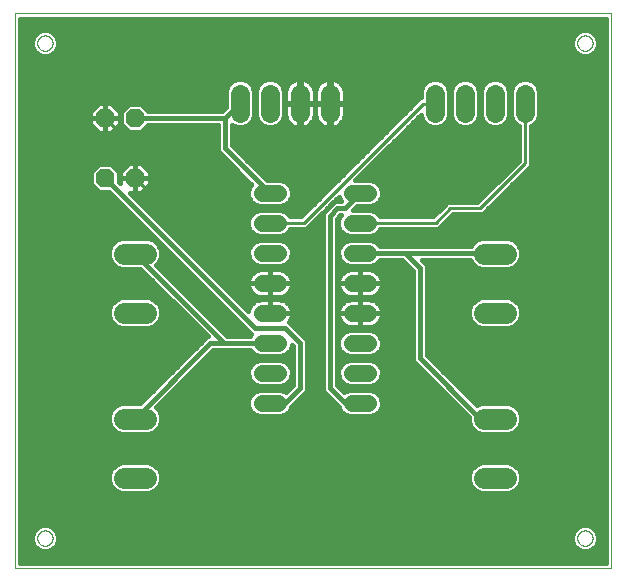
<source format=gtl>
G75*
%MOIN*%
%OFA0B0*%
%FSLAX25Y25*%
%IPPOS*%
%LPD*%
%AMOC8*
5,1,8,0,0,1.08239X$1,22.5*
%
%ADD10C,0.00000*%
%ADD11C,0.05600*%
%ADD12C,0.06400*%
%ADD13C,0.07100*%
%ADD14OC8,0.06300*%
%ADD15C,0.01000*%
%ADD16C,0.01600*%
D10*
X0006800Y0016800D02*
X0006800Y0201761D01*
X0205501Y0201761D01*
X0205501Y0016800D01*
X0006800Y0016800D01*
X0014241Y0026800D02*
X0014243Y0026901D01*
X0014249Y0027002D01*
X0014259Y0027103D01*
X0014273Y0027203D01*
X0014291Y0027302D01*
X0014313Y0027401D01*
X0014338Y0027499D01*
X0014368Y0027596D01*
X0014401Y0027691D01*
X0014438Y0027785D01*
X0014479Y0027878D01*
X0014523Y0027969D01*
X0014571Y0028058D01*
X0014623Y0028145D01*
X0014678Y0028230D01*
X0014736Y0028312D01*
X0014797Y0028393D01*
X0014862Y0028471D01*
X0014929Y0028546D01*
X0014999Y0028618D01*
X0015073Y0028688D01*
X0015149Y0028755D01*
X0015227Y0028819D01*
X0015308Y0028879D01*
X0015391Y0028936D01*
X0015477Y0028990D01*
X0015565Y0029041D01*
X0015654Y0029088D01*
X0015745Y0029132D01*
X0015838Y0029171D01*
X0015933Y0029208D01*
X0016028Y0029240D01*
X0016125Y0029269D01*
X0016224Y0029293D01*
X0016322Y0029314D01*
X0016422Y0029331D01*
X0016522Y0029344D01*
X0016623Y0029353D01*
X0016724Y0029358D01*
X0016825Y0029359D01*
X0016926Y0029356D01*
X0017027Y0029349D01*
X0017128Y0029338D01*
X0017228Y0029323D01*
X0017327Y0029304D01*
X0017426Y0029281D01*
X0017523Y0029255D01*
X0017620Y0029224D01*
X0017715Y0029190D01*
X0017808Y0029152D01*
X0017901Y0029110D01*
X0017991Y0029065D01*
X0018080Y0029016D01*
X0018166Y0028964D01*
X0018250Y0028908D01*
X0018333Y0028849D01*
X0018412Y0028787D01*
X0018490Y0028722D01*
X0018564Y0028654D01*
X0018636Y0028582D01*
X0018705Y0028509D01*
X0018771Y0028432D01*
X0018834Y0028353D01*
X0018894Y0028271D01*
X0018950Y0028187D01*
X0019003Y0028101D01*
X0019053Y0028013D01*
X0019099Y0027923D01*
X0019142Y0027832D01*
X0019181Y0027738D01*
X0019216Y0027643D01*
X0019247Y0027547D01*
X0019275Y0027450D01*
X0019299Y0027352D01*
X0019319Y0027253D01*
X0019335Y0027153D01*
X0019347Y0027052D01*
X0019355Y0026952D01*
X0019359Y0026851D01*
X0019359Y0026749D01*
X0019355Y0026648D01*
X0019347Y0026548D01*
X0019335Y0026447D01*
X0019319Y0026347D01*
X0019299Y0026248D01*
X0019275Y0026150D01*
X0019247Y0026053D01*
X0019216Y0025957D01*
X0019181Y0025862D01*
X0019142Y0025768D01*
X0019099Y0025677D01*
X0019053Y0025587D01*
X0019003Y0025499D01*
X0018950Y0025413D01*
X0018894Y0025329D01*
X0018834Y0025247D01*
X0018771Y0025168D01*
X0018705Y0025091D01*
X0018636Y0025018D01*
X0018564Y0024946D01*
X0018490Y0024878D01*
X0018412Y0024813D01*
X0018333Y0024751D01*
X0018250Y0024692D01*
X0018166Y0024636D01*
X0018079Y0024584D01*
X0017991Y0024535D01*
X0017901Y0024490D01*
X0017808Y0024448D01*
X0017715Y0024410D01*
X0017620Y0024376D01*
X0017523Y0024345D01*
X0017426Y0024319D01*
X0017327Y0024296D01*
X0017228Y0024277D01*
X0017128Y0024262D01*
X0017027Y0024251D01*
X0016926Y0024244D01*
X0016825Y0024241D01*
X0016724Y0024242D01*
X0016623Y0024247D01*
X0016522Y0024256D01*
X0016422Y0024269D01*
X0016322Y0024286D01*
X0016224Y0024307D01*
X0016125Y0024331D01*
X0016028Y0024360D01*
X0015933Y0024392D01*
X0015838Y0024429D01*
X0015745Y0024468D01*
X0015654Y0024512D01*
X0015565Y0024559D01*
X0015477Y0024610D01*
X0015391Y0024664D01*
X0015308Y0024721D01*
X0015227Y0024781D01*
X0015149Y0024845D01*
X0015073Y0024912D01*
X0014999Y0024982D01*
X0014929Y0025054D01*
X0014862Y0025129D01*
X0014797Y0025207D01*
X0014736Y0025288D01*
X0014678Y0025370D01*
X0014623Y0025455D01*
X0014571Y0025542D01*
X0014523Y0025631D01*
X0014479Y0025722D01*
X0014438Y0025815D01*
X0014401Y0025909D01*
X0014368Y0026004D01*
X0014338Y0026101D01*
X0014313Y0026199D01*
X0014291Y0026298D01*
X0014273Y0026397D01*
X0014259Y0026497D01*
X0014249Y0026598D01*
X0014243Y0026699D01*
X0014241Y0026800D01*
X0014241Y0191800D02*
X0014243Y0191901D01*
X0014249Y0192002D01*
X0014259Y0192103D01*
X0014273Y0192203D01*
X0014291Y0192302D01*
X0014313Y0192401D01*
X0014338Y0192499D01*
X0014368Y0192596D01*
X0014401Y0192691D01*
X0014438Y0192785D01*
X0014479Y0192878D01*
X0014523Y0192969D01*
X0014571Y0193058D01*
X0014623Y0193145D01*
X0014678Y0193230D01*
X0014736Y0193312D01*
X0014797Y0193393D01*
X0014862Y0193471D01*
X0014929Y0193546D01*
X0014999Y0193618D01*
X0015073Y0193688D01*
X0015149Y0193755D01*
X0015227Y0193819D01*
X0015308Y0193879D01*
X0015391Y0193936D01*
X0015477Y0193990D01*
X0015565Y0194041D01*
X0015654Y0194088D01*
X0015745Y0194132D01*
X0015838Y0194171D01*
X0015933Y0194208D01*
X0016028Y0194240D01*
X0016125Y0194269D01*
X0016224Y0194293D01*
X0016322Y0194314D01*
X0016422Y0194331D01*
X0016522Y0194344D01*
X0016623Y0194353D01*
X0016724Y0194358D01*
X0016825Y0194359D01*
X0016926Y0194356D01*
X0017027Y0194349D01*
X0017128Y0194338D01*
X0017228Y0194323D01*
X0017327Y0194304D01*
X0017426Y0194281D01*
X0017523Y0194255D01*
X0017620Y0194224D01*
X0017715Y0194190D01*
X0017808Y0194152D01*
X0017901Y0194110D01*
X0017991Y0194065D01*
X0018080Y0194016D01*
X0018166Y0193964D01*
X0018250Y0193908D01*
X0018333Y0193849D01*
X0018412Y0193787D01*
X0018490Y0193722D01*
X0018564Y0193654D01*
X0018636Y0193582D01*
X0018705Y0193509D01*
X0018771Y0193432D01*
X0018834Y0193353D01*
X0018894Y0193271D01*
X0018950Y0193187D01*
X0019003Y0193101D01*
X0019053Y0193013D01*
X0019099Y0192923D01*
X0019142Y0192832D01*
X0019181Y0192738D01*
X0019216Y0192643D01*
X0019247Y0192547D01*
X0019275Y0192450D01*
X0019299Y0192352D01*
X0019319Y0192253D01*
X0019335Y0192153D01*
X0019347Y0192052D01*
X0019355Y0191952D01*
X0019359Y0191851D01*
X0019359Y0191749D01*
X0019355Y0191648D01*
X0019347Y0191548D01*
X0019335Y0191447D01*
X0019319Y0191347D01*
X0019299Y0191248D01*
X0019275Y0191150D01*
X0019247Y0191053D01*
X0019216Y0190957D01*
X0019181Y0190862D01*
X0019142Y0190768D01*
X0019099Y0190677D01*
X0019053Y0190587D01*
X0019003Y0190499D01*
X0018950Y0190413D01*
X0018894Y0190329D01*
X0018834Y0190247D01*
X0018771Y0190168D01*
X0018705Y0190091D01*
X0018636Y0190018D01*
X0018564Y0189946D01*
X0018490Y0189878D01*
X0018412Y0189813D01*
X0018333Y0189751D01*
X0018250Y0189692D01*
X0018166Y0189636D01*
X0018079Y0189584D01*
X0017991Y0189535D01*
X0017901Y0189490D01*
X0017808Y0189448D01*
X0017715Y0189410D01*
X0017620Y0189376D01*
X0017523Y0189345D01*
X0017426Y0189319D01*
X0017327Y0189296D01*
X0017228Y0189277D01*
X0017128Y0189262D01*
X0017027Y0189251D01*
X0016926Y0189244D01*
X0016825Y0189241D01*
X0016724Y0189242D01*
X0016623Y0189247D01*
X0016522Y0189256D01*
X0016422Y0189269D01*
X0016322Y0189286D01*
X0016224Y0189307D01*
X0016125Y0189331D01*
X0016028Y0189360D01*
X0015933Y0189392D01*
X0015838Y0189429D01*
X0015745Y0189468D01*
X0015654Y0189512D01*
X0015565Y0189559D01*
X0015477Y0189610D01*
X0015391Y0189664D01*
X0015308Y0189721D01*
X0015227Y0189781D01*
X0015149Y0189845D01*
X0015073Y0189912D01*
X0014999Y0189982D01*
X0014929Y0190054D01*
X0014862Y0190129D01*
X0014797Y0190207D01*
X0014736Y0190288D01*
X0014678Y0190370D01*
X0014623Y0190455D01*
X0014571Y0190542D01*
X0014523Y0190631D01*
X0014479Y0190722D01*
X0014438Y0190815D01*
X0014401Y0190909D01*
X0014368Y0191004D01*
X0014338Y0191101D01*
X0014313Y0191199D01*
X0014291Y0191298D01*
X0014273Y0191397D01*
X0014259Y0191497D01*
X0014249Y0191598D01*
X0014243Y0191699D01*
X0014241Y0191800D01*
X0194241Y0191800D02*
X0194243Y0191901D01*
X0194249Y0192002D01*
X0194259Y0192103D01*
X0194273Y0192203D01*
X0194291Y0192302D01*
X0194313Y0192401D01*
X0194338Y0192499D01*
X0194368Y0192596D01*
X0194401Y0192691D01*
X0194438Y0192785D01*
X0194479Y0192878D01*
X0194523Y0192969D01*
X0194571Y0193058D01*
X0194623Y0193145D01*
X0194678Y0193230D01*
X0194736Y0193312D01*
X0194797Y0193393D01*
X0194862Y0193471D01*
X0194929Y0193546D01*
X0194999Y0193618D01*
X0195073Y0193688D01*
X0195149Y0193755D01*
X0195227Y0193819D01*
X0195308Y0193879D01*
X0195391Y0193936D01*
X0195477Y0193990D01*
X0195565Y0194041D01*
X0195654Y0194088D01*
X0195745Y0194132D01*
X0195838Y0194171D01*
X0195933Y0194208D01*
X0196028Y0194240D01*
X0196125Y0194269D01*
X0196224Y0194293D01*
X0196322Y0194314D01*
X0196422Y0194331D01*
X0196522Y0194344D01*
X0196623Y0194353D01*
X0196724Y0194358D01*
X0196825Y0194359D01*
X0196926Y0194356D01*
X0197027Y0194349D01*
X0197128Y0194338D01*
X0197228Y0194323D01*
X0197327Y0194304D01*
X0197426Y0194281D01*
X0197523Y0194255D01*
X0197620Y0194224D01*
X0197715Y0194190D01*
X0197808Y0194152D01*
X0197901Y0194110D01*
X0197991Y0194065D01*
X0198080Y0194016D01*
X0198166Y0193964D01*
X0198250Y0193908D01*
X0198333Y0193849D01*
X0198412Y0193787D01*
X0198490Y0193722D01*
X0198564Y0193654D01*
X0198636Y0193582D01*
X0198705Y0193509D01*
X0198771Y0193432D01*
X0198834Y0193353D01*
X0198894Y0193271D01*
X0198950Y0193187D01*
X0199003Y0193101D01*
X0199053Y0193013D01*
X0199099Y0192923D01*
X0199142Y0192832D01*
X0199181Y0192738D01*
X0199216Y0192643D01*
X0199247Y0192547D01*
X0199275Y0192450D01*
X0199299Y0192352D01*
X0199319Y0192253D01*
X0199335Y0192153D01*
X0199347Y0192052D01*
X0199355Y0191952D01*
X0199359Y0191851D01*
X0199359Y0191749D01*
X0199355Y0191648D01*
X0199347Y0191548D01*
X0199335Y0191447D01*
X0199319Y0191347D01*
X0199299Y0191248D01*
X0199275Y0191150D01*
X0199247Y0191053D01*
X0199216Y0190957D01*
X0199181Y0190862D01*
X0199142Y0190768D01*
X0199099Y0190677D01*
X0199053Y0190587D01*
X0199003Y0190499D01*
X0198950Y0190413D01*
X0198894Y0190329D01*
X0198834Y0190247D01*
X0198771Y0190168D01*
X0198705Y0190091D01*
X0198636Y0190018D01*
X0198564Y0189946D01*
X0198490Y0189878D01*
X0198412Y0189813D01*
X0198333Y0189751D01*
X0198250Y0189692D01*
X0198166Y0189636D01*
X0198079Y0189584D01*
X0197991Y0189535D01*
X0197901Y0189490D01*
X0197808Y0189448D01*
X0197715Y0189410D01*
X0197620Y0189376D01*
X0197523Y0189345D01*
X0197426Y0189319D01*
X0197327Y0189296D01*
X0197228Y0189277D01*
X0197128Y0189262D01*
X0197027Y0189251D01*
X0196926Y0189244D01*
X0196825Y0189241D01*
X0196724Y0189242D01*
X0196623Y0189247D01*
X0196522Y0189256D01*
X0196422Y0189269D01*
X0196322Y0189286D01*
X0196224Y0189307D01*
X0196125Y0189331D01*
X0196028Y0189360D01*
X0195933Y0189392D01*
X0195838Y0189429D01*
X0195745Y0189468D01*
X0195654Y0189512D01*
X0195565Y0189559D01*
X0195477Y0189610D01*
X0195391Y0189664D01*
X0195308Y0189721D01*
X0195227Y0189781D01*
X0195149Y0189845D01*
X0195073Y0189912D01*
X0194999Y0189982D01*
X0194929Y0190054D01*
X0194862Y0190129D01*
X0194797Y0190207D01*
X0194736Y0190288D01*
X0194678Y0190370D01*
X0194623Y0190455D01*
X0194571Y0190542D01*
X0194523Y0190631D01*
X0194479Y0190722D01*
X0194438Y0190815D01*
X0194401Y0190909D01*
X0194368Y0191004D01*
X0194338Y0191101D01*
X0194313Y0191199D01*
X0194291Y0191298D01*
X0194273Y0191397D01*
X0194259Y0191497D01*
X0194249Y0191598D01*
X0194243Y0191699D01*
X0194241Y0191800D01*
X0194241Y0026800D02*
X0194243Y0026901D01*
X0194249Y0027002D01*
X0194259Y0027103D01*
X0194273Y0027203D01*
X0194291Y0027302D01*
X0194313Y0027401D01*
X0194338Y0027499D01*
X0194368Y0027596D01*
X0194401Y0027691D01*
X0194438Y0027785D01*
X0194479Y0027878D01*
X0194523Y0027969D01*
X0194571Y0028058D01*
X0194623Y0028145D01*
X0194678Y0028230D01*
X0194736Y0028312D01*
X0194797Y0028393D01*
X0194862Y0028471D01*
X0194929Y0028546D01*
X0194999Y0028618D01*
X0195073Y0028688D01*
X0195149Y0028755D01*
X0195227Y0028819D01*
X0195308Y0028879D01*
X0195391Y0028936D01*
X0195477Y0028990D01*
X0195565Y0029041D01*
X0195654Y0029088D01*
X0195745Y0029132D01*
X0195838Y0029171D01*
X0195933Y0029208D01*
X0196028Y0029240D01*
X0196125Y0029269D01*
X0196224Y0029293D01*
X0196322Y0029314D01*
X0196422Y0029331D01*
X0196522Y0029344D01*
X0196623Y0029353D01*
X0196724Y0029358D01*
X0196825Y0029359D01*
X0196926Y0029356D01*
X0197027Y0029349D01*
X0197128Y0029338D01*
X0197228Y0029323D01*
X0197327Y0029304D01*
X0197426Y0029281D01*
X0197523Y0029255D01*
X0197620Y0029224D01*
X0197715Y0029190D01*
X0197808Y0029152D01*
X0197901Y0029110D01*
X0197991Y0029065D01*
X0198080Y0029016D01*
X0198166Y0028964D01*
X0198250Y0028908D01*
X0198333Y0028849D01*
X0198412Y0028787D01*
X0198490Y0028722D01*
X0198564Y0028654D01*
X0198636Y0028582D01*
X0198705Y0028509D01*
X0198771Y0028432D01*
X0198834Y0028353D01*
X0198894Y0028271D01*
X0198950Y0028187D01*
X0199003Y0028101D01*
X0199053Y0028013D01*
X0199099Y0027923D01*
X0199142Y0027832D01*
X0199181Y0027738D01*
X0199216Y0027643D01*
X0199247Y0027547D01*
X0199275Y0027450D01*
X0199299Y0027352D01*
X0199319Y0027253D01*
X0199335Y0027153D01*
X0199347Y0027052D01*
X0199355Y0026952D01*
X0199359Y0026851D01*
X0199359Y0026749D01*
X0199355Y0026648D01*
X0199347Y0026548D01*
X0199335Y0026447D01*
X0199319Y0026347D01*
X0199299Y0026248D01*
X0199275Y0026150D01*
X0199247Y0026053D01*
X0199216Y0025957D01*
X0199181Y0025862D01*
X0199142Y0025768D01*
X0199099Y0025677D01*
X0199053Y0025587D01*
X0199003Y0025499D01*
X0198950Y0025413D01*
X0198894Y0025329D01*
X0198834Y0025247D01*
X0198771Y0025168D01*
X0198705Y0025091D01*
X0198636Y0025018D01*
X0198564Y0024946D01*
X0198490Y0024878D01*
X0198412Y0024813D01*
X0198333Y0024751D01*
X0198250Y0024692D01*
X0198166Y0024636D01*
X0198079Y0024584D01*
X0197991Y0024535D01*
X0197901Y0024490D01*
X0197808Y0024448D01*
X0197715Y0024410D01*
X0197620Y0024376D01*
X0197523Y0024345D01*
X0197426Y0024319D01*
X0197327Y0024296D01*
X0197228Y0024277D01*
X0197128Y0024262D01*
X0197027Y0024251D01*
X0196926Y0024244D01*
X0196825Y0024241D01*
X0196724Y0024242D01*
X0196623Y0024247D01*
X0196522Y0024256D01*
X0196422Y0024269D01*
X0196322Y0024286D01*
X0196224Y0024307D01*
X0196125Y0024331D01*
X0196028Y0024360D01*
X0195933Y0024392D01*
X0195838Y0024429D01*
X0195745Y0024468D01*
X0195654Y0024512D01*
X0195565Y0024559D01*
X0195477Y0024610D01*
X0195391Y0024664D01*
X0195308Y0024721D01*
X0195227Y0024781D01*
X0195149Y0024845D01*
X0195073Y0024912D01*
X0194999Y0024982D01*
X0194929Y0025054D01*
X0194862Y0025129D01*
X0194797Y0025207D01*
X0194736Y0025288D01*
X0194678Y0025370D01*
X0194623Y0025455D01*
X0194571Y0025542D01*
X0194523Y0025631D01*
X0194479Y0025722D01*
X0194438Y0025815D01*
X0194401Y0025909D01*
X0194368Y0026004D01*
X0194338Y0026101D01*
X0194313Y0026199D01*
X0194291Y0026298D01*
X0194273Y0026397D01*
X0194259Y0026497D01*
X0194249Y0026598D01*
X0194243Y0026699D01*
X0194241Y0026800D01*
D11*
X0124600Y0071800D02*
X0119000Y0071800D01*
X0119000Y0081800D02*
X0124600Y0081800D01*
X0124600Y0091800D02*
X0119000Y0091800D01*
X0119000Y0101800D02*
X0124600Y0101800D01*
X0124600Y0111800D02*
X0119000Y0111800D01*
X0119000Y0121800D02*
X0124600Y0121800D01*
X0124600Y0131800D02*
X0119000Y0131800D01*
X0119000Y0141800D02*
X0124600Y0141800D01*
X0094600Y0141800D02*
X0089000Y0141800D01*
X0089000Y0131800D02*
X0094600Y0131800D01*
X0094600Y0121800D02*
X0089000Y0121800D01*
X0089000Y0111800D02*
X0094600Y0111800D01*
X0094600Y0101800D02*
X0089000Y0101800D01*
X0089000Y0091800D02*
X0094600Y0091800D01*
X0094600Y0081800D02*
X0089000Y0081800D01*
X0089000Y0071800D02*
X0094600Y0071800D01*
D12*
X0091800Y0168600D02*
X0091800Y0175000D01*
X0081800Y0175000D02*
X0081800Y0168600D01*
X0101800Y0168600D02*
X0101800Y0175000D01*
X0111800Y0175000D02*
X0111800Y0168600D01*
X0146800Y0168600D02*
X0146800Y0175000D01*
X0156800Y0175000D02*
X0156800Y0168600D01*
X0166800Y0168600D02*
X0166800Y0175000D01*
X0176800Y0175000D02*
X0176800Y0168600D01*
D13*
X0170350Y0121643D02*
X0163250Y0121643D01*
X0163250Y0101957D02*
X0170350Y0101957D01*
X0170350Y0066643D02*
X0163250Y0066643D01*
X0163250Y0046957D02*
X0170350Y0046957D01*
X0050350Y0046957D02*
X0043250Y0046957D01*
X0043250Y0066643D02*
X0050350Y0066643D01*
X0050350Y0101957D02*
X0043250Y0101957D01*
X0043250Y0121643D02*
X0050350Y0121643D01*
D14*
X0046800Y0146800D03*
X0036800Y0146800D03*
X0036800Y0166800D03*
X0046800Y0166800D03*
D15*
X0046400Y0157200D02*
X0036800Y0166800D01*
X0046400Y0157200D02*
X0046400Y0147300D01*
X0046800Y0146800D01*
X0047300Y0146400D01*
X0081500Y0112200D01*
X0091400Y0112200D01*
X0091800Y0111800D01*
X0092300Y0111300D01*
X0092300Y0102300D01*
X0091800Y0101800D01*
X0091800Y0131800D02*
X0092300Y0132000D01*
X0103100Y0132000D01*
X0142700Y0171600D01*
X0146300Y0171600D01*
X0146800Y0171800D01*
X0176000Y0171600D02*
X0176800Y0171800D01*
X0176800Y0151800D01*
X0161800Y0136800D01*
X0151800Y0136800D01*
X0147000Y0132000D01*
X0122000Y0132000D01*
X0121800Y0131800D01*
X0121800Y0111800D02*
X0122000Y0111300D01*
X0122000Y0102300D01*
X0121800Y0101800D01*
X0111200Y0171600D02*
X0102200Y0171600D01*
X0101800Y0171800D01*
X0111200Y0171600D02*
X0111800Y0171800D01*
D16*
X0112000Y0171856D02*
X0139986Y0171856D01*
X0140600Y0172470D02*
X0102230Y0134100D01*
X0098410Y0134100D01*
X0098330Y0134292D01*
X0097092Y0135530D01*
X0095475Y0136200D01*
X0088125Y0136200D01*
X0086508Y0135530D01*
X0085270Y0134292D01*
X0084600Y0132675D01*
X0084600Y0130925D01*
X0085270Y0129308D01*
X0086508Y0128070D01*
X0088125Y0127400D01*
X0095475Y0127400D01*
X0097092Y0128070D01*
X0098330Y0129308D01*
X0098576Y0129900D01*
X0103970Y0129900D01*
X0114716Y0140646D01*
X0115270Y0139308D01*
X0115377Y0139200D01*
X0113823Y0139200D01*
X0112941Y0138835D01*
X0110441Y0136335D01*
X0109765Y0135659D01*
X0109400Y0134777D01*
X0109400Y0076323D01*
X0109765Y0075441D01*
X0114765Y0070441D01*
X0114825Y0070380D01*
X0115270Y0069308D01*
X0116508Y0068070D01*
X0118125Y0067400D01*
X0125475Y0067400D01*
X0127092Y0068070D01*
X0128330Y0069308D01*
X0129000Y0070925D01*
X0129000Y0072675D01*
X0128330Y0074292D01*
X0127092Y0075530D01*
X0125475Y0076200D01*
X0118125Y0076200D01*
X0116508Y0075530D01*
X0116486Y0075508D01*
X0114200Y0077794D01*
X0114200Y0133306D01*
X0115294Y0134400D01*
X0115377Y0134400D01*
X0115270Y0134292D01*
X0114600Y0132675D01*
X0114600Y0130925D01*
X0115270Y0129308D01*
X0116508Y0128070D01*
X0118125Y0127400D01*
X0125475Y0127400D01*
X0127092Y0128070D01*
X0128330Y0129308D01*
X0128576Y0129900D01*
X0147870Y0129900D01*
X0152670Y0134700D01*
X0162670Y0134700D01*
X0177670Y0149700D01*
X0178900Y0150930D01*
X0178900Y0164274D01*
X0179519Y0164531D01*
X0180869Y0165881D01*
X0181600Y0167645D01*
X0181600Y0175955D01*
X0180869Y0177719D01*
X0179519Y0179069D01*
X0177755Y0179800D01*
X0175845Y0179800D01*
X0174081Y0179069D01*
X0172731Y0177719D01*
X0172000Y0175955D01*
X0172000Y0167645D01*
X0172731Y0165881D01*
X0174081Y0164531D01*
X0174700Y0164274D01*
X0174700Y0152670D01*
X0160930Y0138900D01*
X0150930Y0138900D01*
X0149700Y0137670D01*
X0146130Y0134100D01*
X0128410Y0134100D01*
X0128330Y0134292D01*
X0127092Y0135530D01*
X0125475Y0136200D01*
X0119594Y0136200D01*
X0120794Y0137400D01*
X0125475Y0137400D01*
X0127092Y0138070D01*
X0128330Y0139308D01*
X0129000Y0140925D01*
X0129000Y0142675D01*
X0128330Y0144292D01*
X0127092Y0145530D01*
X0125475Y0146200D01*
X0120270Y0146200D01*
X0142000Y0167930D01*
X0142000Y0167645D01*
X0142731Y0165881D01*
X0144081Y0164531D01*
X0145845Y0163800D01*
X0147755Y0163800D01*
X0149519Y0164531D01*
X0150869Y0165881D01*
X0151600Y0167645D01*
X0151600Y0175955D01*
X0150869Y0177719D01*
X0149519Y0179069D01*
X0147755Y0179800D01*
X0145845Y0179800D01*
X0144081Y0179069D01*
X0142731Y0177719D01*
X0142000Y0175955D01*
X0142000Y0173700D01*
X0141830Y0173700D01*
X0140600Y0172470D01*
X0141584Y0173454D02*
X0116800Y0173454D01*
X0116800Y0172000D02*
X0116800Y0175394D01*
X0116677Y0176171D01*
X0116434Y0176919D01*
X0116076Y0177621D01*
X0115614Y0178257D01*
X0115057Y0178814D01*
X0114421Y0179276D01*
X0113719Y0179634D01*
X0112971Y0179877D01*
X0112194Y0180000D01*
X0112000Y0180000D01*
X0112000Y0172000D01*
X0116800Y0172000D01*
X0116800Y0171600D02*
X0112000Y0171600D01*
X0112000Y0172000D01*
X0111600Y0172000D01*
X0111600Y0180000D01*
X0111406Y0180000D01*
X0110629Y0179877D01*
X0109881Y0179634D01*
X0109179Y0179276D01*
X0108543Y0178814D01*
X0107986Y0178257D01*
X0107524Y0177621D01*
X0107166Y0176919D01*
X0106923Y0176171D01*
X0106800Y0175394D01*
X0106677Y0176171D01*
X0106434Y0176919D01*
X0106076Y0177621D01*
X0105614Y0178257D01*
X0105057Y0178814D01*
X0104421Y0179276D01*
X0103719Y0179634D01*
X0102971Y0179877D01*
X0102194Y0180000D01*
X0102000Y0180000D01*
X0102000Y0172000D01*
X0106800Y0172000D01*
X0111600Y0172000D01*
X0111600Y0171600D01*
X0112000Y0171600D01*
X0112000Y0163600D01*
X0112194Y0163600D01*
X0112971Y0163723D01*
X0113719Y0163966D01*
X0114421Y0164324D01*
X0115057Y0164786D01*
X0115614Y0165343D01*
X0116076Y0165979D01*
X0116434Y0166681D01*
X0116677Y0167429D01*
X0116800Y0168206D01*
X0116800Y0171600D01*
X0116800Y0170257D02*
X0138387Y0170257D01*
X0136789Y0168659D02*
X0116800Y0168659D01*
X0116557Y0167060D02*
X0135190Y0167060D01*
X0133592Y0165462D02*
X0115700Y0165462D01*
X0113401Y0163863D02*
X0131993Y0163863D01*
X0130395Y0162265D02*
X0079200Y0162265D01*
X0079200Y0163863D02*
X0080693Y0163863D01*
X0080845Y0163800D02*
X0082755Y0163800D01*
X0084519Y0164531D01*
X0085869Y0165881D01*
X0086600Y0167645D01*
X0086600Y0175955D01*
X0085869Y0177719D01*
X0084519Y0179069D01*
X0082755Y0179800D01*
X0080845Y0179800D01*
X0079081Y0179069D01*
X0077731Y0177719D01*
X0077000Y0175955D01*
X0077000Y0170394D01*
X0075806Y0169200D01*
X0051118Y0169200D01*
X0048768Y0171550D01*
X0044832Y0171550D01*
X0042050Y0168768D01*
X0042050Y0164832D01*
X0044832Y0162050D01*
X0048768Y0162050D01*
X0051118Y0164400D01*
X0074400Y0164400D01*
X0074400Y0156323D01*
X0074765Y0155441D01*
X0085592Y0144614D01*
X0085270Y0144292D01*
X0084600Y0142675D01*
X0084600Y0140925D01*
X0085270Y0139308D01*
X0086508Y0138070D01*
X0088125Y0137400D01*
X0095475Y0137400D01*
X0097092Y0138070D01*
X0098330Y0139308D01*
X0099000Y0140925D01*
X0099000Y0142675D01*
X0098330Y0144292D01*
X0097092Y0145530D01*
X0095475Y0146200D01*
X0090794Y0146200D01*
X0079200Y0157794D01*
X0079200Y0164481D01*
X0080845Y0163800D01*
X0082907Y0163863D02*
X0090693Y0163863D01*
X0090845Y0163800D02*
X0092755Y0163800D01*
X0094519Y0164531D01*
X0095869Y0165881D01*
X0096600Y0167645D01*
X0096600Y0175955D01*
X0095869Y0177719D01*
X0094519Y0179069D01*
X0092755Y0179800D01*
X0090845Y0179800D01*
X0089081Y0179069D01*
X0087731Y0177719D01*
X0087000Y0175955D01*
X0087000Y0167645D01*
X0087731Y0165881D01*
X0089081Y0164531D01*
X0090845Y0163800D01*
X0092907Y0163863D02*
X0100198Y0163863D01*
X0099881Y0163966D02*
X0100629Y0163723D01*
X0101406Y0163600D01*
X0101600Y0163600D01*
X0101600Y0171600D01*
X0102000Y0171600D01*
X0102000Y0172000D01*
X0101600Y0172000D01*
X0101600Y0180000D01*
X0101406Y0180000D01*
X0100629Y0179877D01*
X0099881Y0179634D01*
X0099179Y0179276D01*
X0098543Y0178814D01*
X0097986Y0178257D01*
X0097524Y0177621D01*
X0097166Y0176919D01*
X0096923Y0176171D01*
X0096800Y0175394D01*
X0096800Y0172000D01*
X0101600Y0172000D01*
X0101600Y0171600D01*
X0096800Y0171600D01*
X0096800Y0168206D01*
X0096923Y0167429D01*
X0097166Y0166681D01*
X0097524Y0165979D01*
X0097986Y0165343D01*
X0098543Y0164786D01*
X0099179Y0164324D01*
X0099881Y0163966D01*
X0101600Y0163863D02*
X0102000Y0163863D01*
X0102000Y0163600D02*
X0102194Y0163600D01*
X0102971Y0163723D01*
X0103719Y0163966D01*
X0104421Y0164324D01*
X0105057Y0164786D01*
X0105614Y0165343D01*
X0106076Y0165979D01*
X0106434Y0166681D01*
X0106677Y0167429D01*
X0106800Y0168206D01*
X0106800Y0171600D01*
X0102000Y0171600D01*
X0102000Y0163600D01*
X0103401Y0163863D02*
X0110198Y0163863D01*
X0109881Y0163966D02*
X0110629Y0163723D01*
X0111406Y0163600D01*
X0111600Y0163600D01*
X0111600Y0171600D01*
X0106800Y0171600D01*
X0106800Y0168206D01*
X0106923Y0167429D01*
X0107166Y0166681D01*
X0107524Y0165979D01*
X0107986Y0165343D01*
X0108543Y0164786D01*
X0109179Y0164324D01*
X0109881Y0163966D01*
X0111600Y0163863D02*
X0112000Y0163863D01*
X0112000Y0165462D02*
X0111600Y0165462D01*
X0111600Y0167060D02*
X0112000Y0167060D01*
X0112000Y0168659D02*
X0111600Y0168659D01*
X0111600Y0170257D02*
X0112000Y0170257D01*
X0111600Y0171856D02*
X0102000Y0171856D01*
X0101600Y0171856D02*
X0096600Y0171856D01*
X0096600Y0173454D02*
X0096800Y0173454D01*
X0096800Y0175053D02*
X0096600Y0175053D01*
X0096312Y0176651D02*
X0097079Y0176651D01*
X0097981Y0178250D02*
X0095339Y0178250D01*
X0100541Y0179848D02*
X0008600Y0179848D01*
X0008600Y0178250D02*
X0078261Y0178250D01*
X0077288Y0176651D02*
X0008600Y0176651D01*
X0008600Y0175053D02*
X0077000Y0175053D01*
X0077000Y0173454D02*
X0008600Y0173454D01*
X0008600Y0171856D02*
X0077000Y0171856D01*
X0076863Y0170257D02*
X0050060Y0170257D01*
X0046800Y0166800D02*
X0076800Y0166800D01*
X0076800Y0156800D01*
X0091800Y0141800D01*
X0090715Y0146279D02*
X0114410Y0146279D01*
X0116008Y0147878D02*
X0089116Y0147878D01*
X0087518Y0149476D02*
X0117607Y0149476D01*
X0119205Y0151075D02*
X0085919Y0151075D01*
X0084321Y0152673D02*
X0120804Y0152673D01*
X0122402Y0154272D02*
X0082722Y0154272D01*
X0081124Y0155870D02*
X0124001Y0155870D01*
X0125599Y0157469D02*
X0079525Y0157469D01*
X0079200Y0159068D02*
X0127198Y0159068D01*
X0128796Y0160666D02*
X0079200Y0160666D01*
X0074400Y0160666D02*
X0008600Y0160666D01*
X0008600Y0159068D02*
X0074400Y0159068D01*
X0074400Y0157469D02*
X0008600Y0157469D01*
X0008600Y0155870D02*
X0074587Y0155870D01*
X0075934Y0154272D02*
X0008600Y0154272D01*
X0008600Y0152673D02*
X0077532Y0152673D01*
X0079131Y0151075D02*
X0049525Y0151075D01*
X0048850Y0151750D02*
X0046800Y0151750D01*
X0046800Y0146800D01*
X0046800Y0146800D01*
X0051750Y0146800D01*
X0051750Y0148850D01*
X0048850Y0151750D01*
X0046800Y0151750D02*
X0044750Y0151750D01*
X0041850Y0148850D01*
X0041850Y0146800D01*
X0046800Y0146800D01*
X0046800Y0146800D01*
X0046800Y0146800D01*
X0046800Y0151750D01*
X0046800Y0151075D02*
X0046800Y0151075D01*
X0046800Y0149476D02*
X0046800Y0149476D01*
X0046800Y0147878D02*
X0046800Y0147878D01*
X0046800Y0146800D02*
X0041850Y0146800D01*
X0041850Y0145144D01*
X0041550Y0145444D01*
X0041550Y0148768D01*
X0038768Y0151550D01*
X0034832Y0151550D01*
X0032050Y0148768D01*
X0032050Y0144832D01*
X0034832Y0142050D01*
X0038156Y0142050D01*
X0084765Y0095441D01*
X0085441Y0094765D01*
X0085654Y0094677D01*
X0085270Y0094292D01*
X0085232Y0094200D01*
X0077637Y0094200D01*
X0053914Y0117923D01*
X0054716Y0118725D01*
X0055500Y0120618D01*
X0055500Y0122667D01*
X0054716Y0124560D01*
X0053267Y0126008D01*
X0051374Y0126793D01*
X0042226Y0126793D01*
X0040333Y0126008D01*
X0038884Y0124560D01*
X0038100Y0122667D01*
X0038100Y0120618D01*
X0038884Y0118725D01*
X0040333Y0117277D01*
X0042226Y0116493D01*
X0048556Y0116493D01*
X0071033Y0094015D01*
X0070598Y0093835D01*
X0048556Y0071793D01*
X0042226Y0071793D01*
X0040333Y0071008D01*
X0038884Y0069560D01*
X0038100Y0067667D01*
X0038100Y0065618D01*
X0038884Y0063725D01*
X0040333Y0062277D01*
X0042226Y0061493D01*
X0051374Y0061493D01*
X0053267Y0062277D01*
X0054716Y0063725D01*
X0055500Y0065618D01*
X0055500Y0067667D01*
X0054716Y0069560D01*
X0053914Y0070362D01*
X0072952Y0089400D01*
X0085232Y0089400D01*
X0085270Y0089308D01*
X0086508Y0088070D01*
X0088125Y0087400D01*
X0095475Y0087400D01*
X0097092Y0088070D01*
X0098330Y0089308D01*
X0099000Y0090925D01*
X0099000Y0091206D01*
X0099400Y0090806D01*
X0099400Y0077794D01*
X0097114Y0075508D01*
X0097092Y0075530D01*
X0095475Y0076200D01*
X0088125Y0076200D01*
X0086508Y0075530D01*
X0085270Y0074292D01*
X0084600Y0072675D01*
X0084600Y0070925D01*
X0085270Y0069308D01*
X0086508Y0068070D01*
X0088125Y0067400D01*
X0095475Y0067400D01*
X0097092Y0068070D01*
X0098330Y0069308D01*
X0098774Y0070380D01*
X0098835Y0070441D01*
X0103835Y0075441D01*
X0104200Y0076323D01*
X0104200Y0092277D01*
X0103835Y0093159D01*
X0103159Y0093835D01*
X0098159Y0098835D01*
X0098138Y0098844D01*
X0098534Y0099389D01*
X0098863Y0100034D01*
X0099087Y0100723D01*
X0099200Y0101438D01*
X0099200Y0101800D01*
X0099200Y0102162D01*
X0099087Y0102877D01*
X0098863Y0103566D01*
X0098534Y0104211D01*
X0098109Y0104797D01*
X0097597Y0105309D01*
X0097011Y0105734D01*
X0096366Y0106063D01*
X0095677Y0106287D01*
X0094962Y0106400D01*
X0091800Y0106400D01*
X0091800Y0101800D01*
X0091800Y0101800D01*
X0099200Y0101800D01*
X0091800Y0101800D01*
X0091800Y0101800D01*
X0091800Y0106400D01*
X0088638Y0106400D01*
X0087923Y0106287D01*
X0087234Y0106063D01*
X0086589Y0105734D01*
X0086003Y0105309D01*
X0085491Y0104797D01*
X0085066Y0104211D01*
X0084737Y0103566D01*
X0084513Y0102877D01*
X0084459Y0102535D01*
X0045144Y0141850D01*
X0046800Y0141850D01*
X0048850Y0141850D01*
X0051750Y0144750D01*
X0051750Y0146800D01*
X0046800Y0146800D01*
X0046800Y0141850D01*
X0046800Y0146800D01*
X0046800Y0146800D01*
X0046800Y0146279D02*
X0046800Y0146279D01*
X0046800Y0144681D02*
X0046800Y0144681D01*
X0046800Y0143082D02*
X0046800Y0143082D01*
X0045510Y0141484D02*
X0084600Y0141484D01*
X0084769Y0143082D02*
X0050083Y0143082D01*
X0051681Y0144681D02*
X0085525Y0144681D01*
X0083926Y0146279D02*
X0051750Y0146279D01*
X0051750Y0147878D02*
X0082328Y0147878D01*
X0080729Y0149476D02*
X0051124Y0149476D01*
X0044075Y0151075D02*
X0039243Y0151075D01*
X0040841Y0149476D02*
X0042476Y0149476D01*
X0041850Y0147878D02*
X0041550Y0147878D01*
X0041550Y0146279D02*
X0041850Y0146279D01*
X0038722Y0141484D02*
X0008600Y0141484D01*
X0008600Y0143082D02*
X0033800Y0143082D01*
X0032202Y0144681D02*
X0008600Y0144681D01*
X0008600Y0146279D02*
X0032050Y0146279D01*
X0032050Y0147878D02*
X0008600Y0147878D01*
X0008600Y0149476D02*
X0032759Y0149476D01*
X0034357Y0151075D02*
X0008600Y0151075D01*
X0008600Y0162265D02*
X0034335Y0162265D01*
X0034750Y0161850D02*
X0036800Y0161850D01*
X0038850Y0161850D01*
X0041750Y0164750D01*
X0041750Y0166800D01*
X0041750Y0168850D01*
X0038850Y0171750D01*
X0036800Y0171750D01*
X0036800Y0166800D01*
X0041750Y0166800D01*
X0036800Y0166800D01*
X0036800Y0166800D01*
X0036800Y0166800D01*
X0036800Y0161850D01*
X0036800Y0166800D01*
X0036800Y0166800D01*
X0036800Y0166800D01*
X0031850Y0166800D01*
X0031850Y0168850D01*
X0034750Y0171750D01*
X0036800Y0171750D01*
X0036800Y0166800D01*
X0031850Y0166800D01*
X0031850Y0164750D01*
X0034750Y0161850D01*
X0036800Y0162265D02*
X0036800Y0162265D01*
X0036800Y0163863D02*
X0036800Y0163863D01*
X0036800Y0165462D02*
X0036800Y0165462D01*
X0036800Y0167060D02*
X0036800Y0167060D01*
X0036800Y0168659D02*
X0036800Y0168659D01*
X0036800Y0170257D02*
X0036800Y0170257D01*
X0033257Y0170257D02*
X0008600Y0170257D01*
X0008600Y0168659D02*
X0031850Y0168659D01*
X0031850Y0167060D02*
X0008600Y0167060D01*
X0008600Y0165462D02*
X0031850Y0165462D01*
X0032737Y0163863D02*
X0008600Y0163863D01*
X0008600Y0181447D02*
X0203701Y0181447D01*
X0203701Y0183045D02*
X0008600Y0183045D01*
X0008600Y0184644D02*
X0203701Y0184644D01*
X0203701Y0186242D02*
X0008600Y0186242D01*
X0008600Y0187841D02*
X0014968Y0187841D01*
X0014331Y0188105D02*
X0013105Y0189331D01*
X0012441Y0190933D01*
X0012441Y0192667D01*
X0013105Y0194269D01*
X0014331Y0195495D01*
X0015933Y0196159D01*
X0017667Y0196159D01*
X0019269Y0195495D01*
X0020495Y0194269D01*
X0021159Y0192667D01*
X0021159Y0190933D01*
X0020495Y0189331D01*
X0019269Y0188105D01*
X0017667Y0187441D01*
X0015933Y0187441D01*
X0014331Y0188105D01*
X0013060Y0189439D02*
X0008600Y0189439D01*
X0008600Y0191038D02*
X0012441Y0191038D01*
X0012441Y0192636D02*
X0008600Y0192636D01*
X0008600Y0194235D02*
X0013090Y0194235D01*
X0015146Y0195833D02*
X0008600Y0195833D01*
X0008600Y0197432D02*
X0203701Y0197432D01*
X0203701Y0199030D02*
X0008600Y0199030D01*
X0008600Y0199961D02*
X0203701Y0199961D01*
X0203701Y0018600D01*
X0008600Y0018600D01*
X0008600Y0199961D01*
X0018454Y0195833D02*
X0195146Y0195833D01*
X0195933Y0196159D02*
X0194331Y0195495D01*
X0193105Y0194269D01*
X0192441Y0192667D01*
X0192441Y0190933D01*
X0193105Y0189331D01*
X0194331Y0188105D01*
X0195933Y0187441D01*
X0197667Y0187441D01*
X0199269Y0188105D01*
X0200495Y0189331D01*
X0201159Y0190933D01*
X0201159Y0192667D01*
X0200495Y0194269D01*
X0199269Y0195495D01*
X0197667Y0196159D01*
X0195933Y0196159D01*
X0198454Y0195833D02*
X0203701Y0195833D01*
X0203701Y0194235D02*
X0200510Y0194235D01*
X0201159Y0192636D02*
X0203701Y0192636D01*
X0203701Y0191038D02*
X0201159Y0191038D01*
X0200540Y0189439D02*
X0203701Y0189439D01*
X0203701Y0187841D02*
X0198632Y0187841D01*
X0194968Y0187841D02*
X0018632Y0187841D01*
X0020540Y0189439D02*
X0193060Y0189439D01*
X0192441Y0191038D02*
X0021159Y0191038D01*
X0021159Y0192636D02*
X0192441Y0192636D01*
X0193090Y0194235D02*
X0020510Y0194235D01*
X0040343Y0170257D02*
X0043540Y0170257D01*
X0042050Y0168659D02*
X0041750Y0168659D01*
X0041750Y0167060D02*
X0042050Y0167060D01*
X0042050Y0165462D02*
X0041750Y0165462D01*
X0040863Y0163863D02*
X0043019Y0163863D01*
X0044618Y0162265D02*
X0039265Y0162265D01*
X0048982Y0162265D02*
X0074400Y0162265D01*
X0074400Y0163863D02*
X0050581Y0163863D01*
X0036800Y0146800D02*
X0086800Y0096800D01*
X0096800Y0096800D01*
X0101800Y0091800D01*
X0101800Y0076800D01*
X0096800Y0071800D01*
X0091800Y0071800D01*
X0087509Y0075945D02*
X0059496Y0075945D01*
X0057898Y0074346D02*
X0085324Y0074346D01*
X0084630Y0072748D02*
X0056299Y0072748D01*
X0054701Y0071149D02*
X0084600Y0071149D01*
X0085169Y0069551D02*
X0054720Y0069551D01*
X0055382Y0067952D02*
X0086791Y0067952D01*
X0096091Y0075945D02*
X0097551Y0075945D01*
X0097092Y0078070D02*
X0095475Y0077400D01*
X0088125Y0077400D01*
X0086508Y0078070D01*
X0085270Y0079308D01*
X0084600Y0080925D01*
X0084600Y0082675D01*
X0085270Y0084292D01*
X0086508Y0085530D01*
X0088125Y0086200D01*
X0095475Y0086200D01*
X0097092Y0085530D01*
X0098330Y0084292D01*
X0099000Y0082675D01*
X0099000Y0080925D01*
X0098330Y0079308D01*
X0097092Y0078070D01*
X0095821Y0077543D02*
X0099149Y0077543D01*
X0099400Y0079142D02*
X0098164Y0079142D01*
X0098924Y0080740D02*
X0099400Y0080740D01*
X0099400Y0082339D02*
X0099000Y0082339D01*
X0099400Y0083937D02*
X0098477Y0083937D01*
X0099400Y0085536D02*
X0097078Y0085536D01*
X0099400Y0087134D02*
X0070686Y0087134D01*
X0069088Y0085536D02*
X0086522Y0085536D01*
X0085123Y0083937D02*
X0067489Y0083937D01*
X0065891Y0082339D02*
X0084600Y0082339D01*
X0084676Y0080740D02*
X0064292Y0080740D01*
X0062694Y0079142D02*
X0085436Y0079142D01*
X0087778Y0077543D02*
X0061095Y0077543D01*
X0057504Y0080740D02*
X0008600Y0080740D01*
X0008600Y0079142D02*
X0055905Y0079142D01*
X0054307Y0077543D02*
X0008600Y0077543D01*
X0008600Y0075945D02*
X0052708Y0075945D01*
X0051110Y0074346D02*
X0008600Y0074346D01*
X0008600Y0072748D02*
X0049511Y0072748D01*
X0046800Y0066643D02*
X0071957Y0091800D01*
X0091800Y0091800D01*
X0076643Y0091800D01*
X0046800Y0121643D01*
X0049141Y0115908D02*
X0008600Y0115908D01*
X0008600Y0117506D02*
X0040103Y0117506D01*
X0038727Y0119105D02*
X0008600Y0119105D01*
X0008600Y0120703D02*
X0038100Y0120703D01*
X0038100Y0122302D02*
X0008600Y0122302D01*
X0008600Y0123900D02*
X0038611Y0123900D01*
X0039823Y0125499D02*
X0008600Y0125499D01*
X0008600Y0127097D02*
X0053109Y0127097D01*
X0053777Y0125499D02*
X0054707Y0125499D01*
X0054989Y0123900D02*
X0056306Y0123900D01*
X0055500Y0122302D02*
X0057904Y0122302D01*
X0059503Y0120703D02*
X0055500Y0120703D01*
X0054873Y0119105D02*
X0061101Y0119105D01*
X0062700Y0117506D02*
X0054330Y0117506D01*
X0055929Y0115908D02*
X0064298Y0115908D01*
X0065897Y0114309D02*
X0057527Y0114309D01*
X0059126Y0112711D02*
X0067495Y0112711D01*
X0069094Y0111112D02*
X0060724Y0111112D01*
X0062323Y0109514D02*
X0070692Y0109514D01*
X0072291Y0107915D02*
X0063921Y0107915D01*
X0065520Y0106317D02*
X0073889Y0106317D01*
X0075488Y0104718D02*
X0067118Y0104718D01*
X0068717Y0103120D02*
X0077086Y0103120D01*
X0078685Y0101521D02*
X0070316Y0101521D01*
X0071914Y0099923D02*
X0080283Y0099923D01*
X0081882Y0098324D02*
X0073513Y0098324D01*
X0075111Y0096726D02*
X0083480Y0096726D01*
X0085079Y0095127D02*
X0076710Y0095127D01*
X0070292Y0093529D02*
X0008600Y0093529D01*
X0008600Y0095127D02*
X0069921Y0095127D01*
X0068323Y0096726D02*
X0008600Y0096726D01*
X0008600Y0098324D02*
X0039600Y0098324D01*
X0038884Y0099040D02*
X0038100Y0100933D01*
X0038100Y0102982D01*
X0038884Y0104875D01*
X0040333Y0106323D01*
X0042226Y0107107D01*
X0051374Y0107107D01*
X0053267Y0106323D01*
X0054716Y0104875D01*
X0055500Y0102982D01*
X0055500Y0100933D01*
X0054716Y0099040D01*
X0053267Y0097592D01*
X0051374Y0096807D01*
X0042226Y0096807D01*
X0040333Y0097592D01*
X0038884Y0099040D01*
X0038519Y0099923D02*
X0008600Y0099923D01*
X0008600Y0101521D02*
X0038100Y0101521D01*
X0038157Y0103120D02*
X0008600Y0103120D01*
X0008600Y0104718D02*
X0038819Y0104718D01*
X0040326Y0106317D02*
X0008600Y0106317D01*
X0008600Y0107915D02*
X0057133Y0107915D01*
X0055535Y0109514D02*
X0008600Y0109514D01*
X0008600Y0111112D02*
X0053936Y0111112D01*
X0052338Y0112711D02*
X0008600Y0112711D01*
X0008600Y0114309D02*
X0050739Y0114309D01*
X0053274Y0106317D02*
X0058732Y0106317D01*
X0060330Y0104718D02*
X0054781Y0104718D01*
X0055443Y0103120D02*
X0061929Y0103120D01*
X0063527Y0101521D02*
X0055500Y0101521D01*
X0055081Y0099923D02*
X0065126Y0099923D01*
X0066724Y0098324D02*
X0054000Y0098324D01*
X0065496Y0088733D02*
X0008600Y0088733D01*
X0008600Y0087134D02*
X0063898Y0087134D01*
X0062299Y0085536D02*
X0008600Y0085536D01*
X0008600Y0083937D02*
X0060701Y0083937D01*
X0059102Y0082339D02*
X0008600Y0082339D01*
X0008600Y0090332D02*
X0067095Y0090332D01*
X0068693Y0091930D02*
X0008600Y0091930D01*
X0008600Y0071149D02*
X0040673Y0071149D01*
X0038880Y0069551D02*
X0008600Y0069551D01*
X0008600Y0067952D02*
X0038218Y0067952D01*
X0038100Y0066354D02*
X0008600Y0066354D01*
X0008600Y0064755D02*
X0038457Y0064755D01*
X0039452Y0063157D02*
X0008600Y0063157D01*
X0008600Y0061558D02*
X0042067Y0061558D01*
X0042226Y0052107D02*
X0040333Y0051323D01*
X0038884Y0049875D01*
X0038100Y0047982D01*
X0038100Y0045933D01*
X0038884Y0044040D01*
X0040333Y0042592D01*
X0042226Y0041807D01*
X0051374Y0041807D01*
X0053267Y0042592D01*
X0054716Y0044040D01*
X0055500Y0045933D01*
X0055500Y0047982D01*
X0054716Y0049875D01*
X0053267Y0051323D01*
X0051374Y0052107D01*
X0042226Y0052107D01*
X0041887Y0051967D02*
X0008600Y0051967D01*
X0008600Y0050369D02*
X0039378Y0050369D01*
X0038427Y0048770D02*
X0008600Y0048770D01*
X0008600Y0047172D02*
X0038100Y0047172D01*
X0038249Y0045573D02*
X0008600Y0045573D01*
X0008600Y0043975D02*
X0038950Y0043975D01*
X0040853Y0042376D02*
X0008600Y0042376D01*
X0008600Y0040778D02*
X0203701Y0040778D01*
X0203701Y0042376D02*
X0172747Y0042376D01*
X0173267Y0042592D02*
X0174716Y0044040D01*
X0175500Y0045933D01*
X0175500Y0047982D01*
X0174716Y0049875D01*
X0173267Y0051323D01*
X0171374Y0052107D01*
X0162226Y0052107D01*
X0160333Y0051323D01*
X0158884Y0049875D01*
X0158100Y0047982D01*
X0158100Y0045933D01*
X0158884Y0044040D01*
X0160333Y0042592D01*
X0162226Y0041807D01*
X0171374Y0041807D01*
X0173267Y0042592D01*
X0174650Y0043975D02*
X0203701Y0043975D01*
X0203701Y0045573D02*
X0175351Y0045573D01*
X0175500Y0047172D02*
X0203701Y0047172D01*
X0203701Y0048770D02*
X0175173Y0048770D01*
X0174222Y0050369D02*
X0203701Y0050369D01*
X0203701Y0051967D02*
X0171713Y0051967D01*
X0171374Y0061493D02*
X0162226Y0061493D01*
X0160333Y0062277D01*
X0158884Y0063725D01*
X0158100Y0065618D01*
X0158100Y0067106D01*
X0140441Y0084765D01*
X0139765Y0085441D01*
X0139400Y0086323D01*
X0139400Y0115806D01*
X0135806Y0119400D01*
X0128368Y0119400D01*
X0128330Y0119308D01*
X0127092Y0118070D01*
X0125475Y0117400D01*
X0118125Y0117400D01*
X0116508Y0118070D01*
X0115270Y0119308D01*
X0114600Y0120925D01*
X0114600Y0122675D01*
X0115270Y0124292D01*
X0116508Y0125530D01*
X0118125Y0126200D01*
X0125475Y0126200D01*
X0127092Y0125530D01*
X0128330Y0124292D01*
X0128368Y0124200D01*
X0158735Y0124200D01*
X0158884Y0124560D01*
X0160333Y0126008D01*
X0162226Y0126793D01*
X0171374Y0126793D01*
X0173267Y0126008D01*
X0174716Y0124560D01*
X0175500Y0122667D01*
X0175500Y0120618D01*
X0174716Y0118725D01*
X0173267Y0117277D01*
X0171374Y0116493D01*
X0162226Y0116493D01*
X0160333Y0117277D01*
X0158884Y0118725D01*
X0158605Y0119400D01*
X0142594Y0119400D01*
X0143835Y0118159D01*
X0144200Y0117277D01*
X0144200Y0087794D01*
X0160794Y0071200D01*
X0162226Y0071793D01*
X0171374Y0071793D01*
X0173267Y0071008D01*
X0174716Y0069560D01*
X0175500Y0067667D01*
X0175500Y0065618D01*
X0174716Y0063725D01*
X0173267Y0062277D01*
X0171374Y0061493D01*
X0171533Y0061558D02*
X0203701Y0061558D01*
X0203701Y0059960D02*
X0008600Y0059960D01*
X0008600Y0058361D02*
X0203701Y0058361D01*
X0203701Y0056763D02*
X0008600Y0056763D01*
X0008600Y0055164D02*
X0203701Y0055164D01*
X0203701Y0053566D02*
X0008600Y0053566D01*
X0008600Y0039179D02*
X0203701Y0039179D01*
X0203701Y0037581D02*
X0008600Y0037581D01*
X0008600Y0035982D02*
X0203701Y0035982D01*
X0203701Y0034384D02*
X0008600Y0034384D01*
X0008600Y0032785D02*
X0203701Y0032785D01*
X0203701Y0031187D02*
X0008600Y0031187D01*
X0008600Y0029588D02*
X0013423Y0029588D01*
X0013105Y0029269D02*
X0012441Y0027667D01*
X0012441Y0025933D01*
X0013105Y0024331D01*
X0014331Y0023105D01*
X0015933Y0022441D01*
X0017667Y0022441D01*
X0019269Y0023105D01*
X0020495Y0024331D01*
X0021159Y0025933D01*
X0021159Y0027667D01*
X0020495Y0029269D01*
X0019269Y0030495D01*
X0017667Y0031159D01*
X0015933Y0031159D01*
X0014331Y0030495D01*
X0013105Y0029269D01*
X0012575Y0027990D02*
X0008600Y0027990D01*
X0008600Y0026391D02*
X0012441Y0026391D01*
X0012913Y0024793D02*
X0008600Y0024793D01*
X0008600Y0023194D02*
X0014241Y0023194D01*
X0019359Y0023194D02*
X0194241Y0023194D01*
X0194331Y0023105D02*
X0195933Y0022441D01*
X0197667Y0022441D01*
X0199269Y0023105D01*
X0200495Y0024331D01*
X0201159Y0025933D01*
X0201159Y0027667D01*
X0200495Y0029269D01*
X0199269Y0030495D01*
X0197667Y0031159D01*
X0195933Y0031159D01*
X0194331Y0030495D01*
X0193105Y0029269D01*
X0192441Y0027667D01*
X0192441Y0025933D01*
X0193105Y0024331D01*
X0194331Y0023105D01*
X0192913Y0024793D02*
X0020687Y0024793D01*
X0021159Y0026391D02*
X0192441Y0026391D01*
X0192575Y0027990D02*
X0021025Y0027990D01*
X0020177Y0029588D02*
X0193423Y0029588D01*
X0200177Y0029588D02*
X0203701Y0029588D01*
X0203701Y0027990D02*
X0201025Y0027990D01*
X0201159Y0026391D02*
X0203701Y0026391D01*
X0203701Y0024793D02*
X0200687Y0024793D01*
X0199359Y0023194D02*
X0203701Y0023194D01*
X0203701Y0021596D02*
X0008600Y0021596D01*
X0008600Y0019997D02*
X0203701Y0019997D01*
X0161887Y0051967D02*
X0051713Y0051967D01*
X0054222Y0050369D02*
X0159378Y0050369D01*
X0158427Y0048770D02*
X0055173Y0048770D01*
X0055500Y0047172D02*
X0158100Y0047172D01*
X0158249Y0045573D02*
X0055351Y0045573D01*
X0054650Y0043975D02*
X0158950Y0043975D01*
X0160853Y0042376D02*
X0052747Y0042376D01*
X0051533Y0061558D02*
X0162067Y0061558D01*
X0159452Y0063157D02*
X0054148Y0063157D01*
X0055143Y0064755D02*
X0158457Y0064755D01*
X0158100Y0066354D02*
X0055500Y0066354D01*
X0072285Y0088733D02*
X0085844Y0088733D01*
X0097756Y0088733D02*
X0099400Y0088733D01*
X0099400Y0090332D02*
X0098754Y0090332D01*
X0104200Y0090332D02*
X0109400Y0090332D01*
X0109400Y0091930D02*
X0104200Y0091930D01*
X0103466Y0093529D02*
X0109400Y0093529D01*
X0109400Y0095127D02*
X0101867Y0095127D01*
X0100269Y0096726D02*
X0109400Y0096726D01*
X0109400Y0098324D02*
X0098670Y0098324D01*
X0098806Y0099923D02*
X0109400Y0099923D01*
X0109400Y0101521D02*
X0099200Y0101521D01*
X0099008Y0103120D02*
X0109400Y0103120D01*
X0109400Y0104718D02*
X0098166Y0104718D01*
X0095488Y0106317D02*
X0109400Y0106317D01*
X0109400Y0107915D02*
X0097079Y0107915D01*
X0097011Y0107866D02*
X0097597Y0108291D01*
X0098109Y0108803D01*
X0098534Y0109389D01*
X0098863Y0110034D01*
X0099087Y0110723D01*
X0099200Y0111438D01*
X0099200Y0111800D01*
X0099200Y0112162D01*
X0099087Y0112877D01*
X0098863Y0113566D01*
X0098534Y0114211D01*
X0098109Y0114797D01*
X0097597Y0115309D01*
X0097011Y0115734D01*
X0096366Y0116063D01*
X0095677Y0116287D01*
X0094962Y0116400D01*
X0091800Y0116400D01*
X0091800Y0111800D01*
X0091800Y0111800D01*
X0099200Y0111800D01*
X0091800Y0111800D01*
X0091800Y0111800D01*
X0091800Y0107200D01*
X0094962Y0107200D01*
X0095677Y0107313D01*
X0096366Y0107537D01*
X0097011Y0107866D01*
X0098598Y0109514D02*
X0109400Y0109514D01*
X0109400Y0111112D02*
X0099148Y0111112D01*
X0099113Y0112711D02*
X0109400Y0112711D01*
X0109400Y0114309D02*
X0098463Y0114309D01*
X0096671Y0115908D02*
X0109400Y0115908D01*
X0109400Y0117506D02*
X0095732Y0117506D01*
X0095475Y0117400D02*
X0097092Y0118070D01*
X0098330Y0119308D01*
X0099000Y0120925D01*
X0099000Y0122675D01*
X0098330Y0124292D01*
X0097092Y0125530D01*
X0095475Y0126200D01*
X0088125Y0126200D01*
X0086508Y0125530D01*
X0085270Y0124292D01*
X0084600Y0122675D01*
X0084600Y0120925D01*
X0085270Y0119308D01*
X0086508Y0118070D01*
X0088125Y0117400D01*
X0095475Y0117400D01*
X0098127Y0119105D02*
X0109400Y0119105D01*
X0109400Y0120703D02*
X0098908Y0120703D01*
X0099000Y0122302D02*
X0109400Y0122302D01*
X0109400Y0123900D02*
X0098493Y0123900D01*
X0097124Y0125499D02*
X0109400Y0125499D01*
X0109400Y0127097D02*
X0059897Y0127097D01*
X0061495Y0125499D02*
X0086476Y0125499D01*
X0085107Y0123900D02*
X0063094Y0123900D01*
X0064692Y0122302D02*
X0084600Y0122302D01*
X0084692Y0120703D02*
X0066291Y0120703D01*
X0067889Y0119105D02*
X0085473Y0119105D01*
X0087868Y0117506D02*
X0069488Y0117506D01*
X0071086Y0115908D02*
X0086929Y0115908D01*
X0087234Y0116063D02*
X0086589Y0115734D01*
X0086003Y0115309D01*
X0085491Y0114797D01*
X0085066Y0114211D01*
X0084737Y0113566D01*
X0084513Y0112877D01*
X0084400Y0112162D01*
X0084400Y0111800D01*
X0091800Y0111800D01*
X0091800Y0111800D01*
X0091800Y0111800D01*
X0091800Y0116400D01*
X0088638Y0116400D01*
X0087923Y0116287D01*
X0087234Y0116063D01*
X0085137Y0114309D02*
X0072685Y0114309D01*
X0074283Y0112711D02*
X0084487Y0112711D01*
X0084400Y0111800D02*
X0084400Y0111438D01*
X0084513Y0110723D01*
X0084737Y0110034D01*
X0085066Y0109389D01*
X0085491Y0108803D01*
X0086003Y0108291D01*
X0086589Y0107866D01*
X0087234Y0107537D01*
X0087923Y0107313D01*
X0088638Y0107200D01*
X0091800Y0107200D01*
X0091800Y0111800D01*
X0084400Y0111800D01*
X0084452Y0111112D02*
X0075882Y0111112D01*
X0077480Y0109514D02*
X0085002Y0109514D01*
X0086521Y0107915D02*
X0079079Y0107915D01*
X0080677Y0106317D02*
X0088112Y0106317D01*
X0085434Y0104718D02*
X0082276Y0104718D01*
X0083874Y0103120D02*
X0084592Y0103120D01*
X0091800Y0103120D02*
X0091800Y0103120D01*
X0091800Y0104718D02*
X0091800Y0104718D01*
X0091800Y0106317D02*
X0091800Y0106317D01*
X0091800Y0107915D02*
X0091800Y0107915D01*
X0091800Y0109514D02*
X0091800Y0109514D01*
X0091800Y0111112D02*
X0091800Y0111112D01*
X0091800Y0112711D02*
X0091800Y0112711D01*
X0091800Y0114309D02*
X0091800Y0114309D01*
X0091800Y0115908D02*
X0091800Y0115908D01*
X0097718Y0128696D02*
X0109400Y0128696D01*
X0109400Y0130294D02*
X0104364Y0130294D01*
X0105963Y0131893D02*
X0109400Y0131893D01*
X0109400Y0133491D02*
X0107561Y0133491D01*
X0109160Y0135090D02*
X0109529Y0135090D01*
X0110758Y0136688D02*
X0110794Y0136688D01*
X0112357Y0138287D02*
X0112393Y0138287D01*
X0113955Y0139885D02*
X0115031Y0139885D01*
X0114300Y0136800D02*
X0111800Y0134300D01*
X0111800Y0076800D01*
X0116800Y0071800D01*
X0121800Y0071800D01*
X0117509Y0075945D02*
X0116049Y0075945D01*
X0116508Y0078070D02*
X0118125Y0077400D01*
X0125475Y0077400D01*
X0127092Y0078070D01*
X0128330Y0079308D01*
X0129000Y0080925D01*
X0129000Y0082675D01*
X0128330Y0084292D01*
X0127092Y0085530D01*
X0125475Y0086200D01*
X0118125Y0086200D01*
X0116508Y0085530D01*
X0115270Y0084292D01*
X0114600Y0082675D01*
X0114600Y0080925D01*
X0115270Y0079308D01*
X0116508Y0078070D01*
X0117778Y0077543D02*
X0114451Y0077543D01*
X0114200Y0079142D02*
X0115436Y0079142D01*
X0114676Y0080740D02*
X0114200Y0080740D01*
X0114200Y0082339D02*
X0114600Y0082339D01*
X0114200Y0083937D02*
X0115123Y0083937D01*
X0114200Y0085536D02*
X0116522Y0085536D01*
X0118125Y0087400D02*
X0116508Y0088070D01*
X0115270Y0089308D01*
X0114600Y0090925D01*
X0114600Y0092675D01*
X0115270Y0094292D01*
X0116508Y0095530D01*
X0118125Y0096200D01*
X0125475Y0096200D01*
X0127092Y0095530D01*
X0128330Y0094292D01*
X0129000Y0092675D01*
X0129000Y0090925D01*
X0128330Y0089308D01*
X0127092Y0088070D01*
X0125475Y0087400D01*
X0118125Y0087400D01*
X0115844Y0088733D02*
X0114200Y0088733D01*
X0114200Y0087134D02*
X0139400Y0087134D01*
X0139400Y0088733D02*
X0127756Y0088733D01*
X0128754Y0090332D02*
X0139400Y0090332D01*
X0139400Y0091930D02*
X0129000Y0091930D01*
X0128647Y0093529D02*
X0139400Y0093529D01*
X0139400Y0095127D02*
X0127495Y0095127D01*
X0126366Y0097537D02*
X0127011Y0097866D01*
X0127597Y0098291D01*
X0128109Y0098803D01*
X0128534Y0099389D01*
X0128863Y0100034D01*
X0129087Y0100723D01*
X0129200Y0101438D01*
X0129200Y0101800D01*
X0129200Y0102162D01*
X0129087Y0102877D01*
X0128863Y0103566D01*
X0128534Y0104211D01*
X0128109Y0104797D01*
X0127597Y0105309D01*
X0127011Y0105734D01*
X0126366Y0106063D01*
X0125677Y0106287D01*
X0124962Y0106400D01*
X0121800Y0106400D01*
X0121800Y0101800D01*
X0121800Y0101800D01*
X0129200Y0101800D01*
X0121800Y0101800D01*
X0121800Y0101800D01*
X0121800Y0097200D01*
X0124962Y0097200D01*
X0125677Y0097313D01*
X0126366Y0097537D01*
X0127629Y0098324D02*
X0139400Y0098324D01*
X0139400Y0096726D02*
X0114200Y0096726D01*
X0114200Y0098324D02*
X0115971Y0098324D01*
X0116003Y0098291D02*
X0116589Y0097866D01*
X0117234Y0097537D01*
X0117923Y0097313D01*
X0118638Y0097200D01*
X0121800Y0097200D01*
X0121800Y0101800D01*
X0121800Y0101800D01*
X0121800Y0101800D01*
X0114400Y0101800D01*
X0114400Y0102162D01*
X0114513Y0102877D01*
X0114737Y0103566D01*
X0115066Y0104211D01*
X0115491Y0104797D01*
X0116003Y0105309D01*
X0116589Y0105734D01*
X0117234Y0106063D01*
X0117923Y0106287D01*
X0118638Y0106400D01*
X0121800Y0106400D01*
X0121800Y0101800D01*
X0114400Y0101800D01*
X0114400Y0101438D01*
X0114513Y0100723D01*
X0114737Y0100034D01*
X0115066Y0099389D01*
X0115491Y0098803D01*
X0116003Y0098291D01*
X0114794Y0099923D02*
X0114200Y0099923D01*
X0114200Y0101521D02*
X0114400Y0101521D01*
X0114592Y0103120D02*
X0114200Y0103120D01*
X0114200Y0104718D02*
X0115434Y0104718D01*
X0114200Y0106317D02*
X0118112Y0106317D01*
X0117923Y0107313D02*
X0118638Y0107200D01*
X0121800Y0107200D01*
X0124962Y0107200D01*
X0125677Y0107313D01*
X0126366Y0107537D01*
X0127011Y0107866D01*
X0127597Y0108291D01*
X0128109Y0108803D01*
X0128534Y0109389D01*
X0128863Y0110034D01*
X0129087Y0110723D01*
X0129200Y0111438D01*
X0129200Y0111800D01*
X0129200Y0112162D01*
X0129087Y0112877D01*
X0128863Y0113566D01*
X0128534Y0114211D01*
X0128109Y0114797D01*
X0127597Y0115309D01*
X0127011Y0115734D01*
X0126366Y0116063D01*
X0125677Y0116287D01*
X0124962Y0116400D01*
X0121800Y0116400D01*
X0121800Y0111800D01*
X0121800Y0111800D01*
X0129200Y0111800D01*
X0121800Y0111800D01*
X0121800Y0111800D01*
X0121800Y0107200D01*
X0121800Y0111800D01*
X0121800Y0111800D01*
X0121800Y0111800D01*
X0114400Y0111800D01*
X0114400Y0112162D01*
X0114513Y0112877D01*
X0114737Y0113566D01*
X0115066Y0114211D01*
X0115491Y0114797D01*
X0116003Y0115309D01*
X0116589Y0115734D01*
X0117234Y0116063D01*
X0117923Y0116287D01*
X0118638Y0116400D01*
X0121800Y0116400D01*
X0121800Y0111800D01*
X0114400Y0111800D01*
X0114400Y0111438D01*
X0114513Y0110723D01*
X0114737Y0110034D01*
X0115066Y0109389D01*
X0115491Y0108803D01*
X0116003Y0108291D01*
X0116589Y0107866D01*
X0117234Y0107537D01*
X0117923Y0107313D01*
X0116521Y0107915D02*
X0114200Y0107915D01*
X0114200Y0109514D02*
X0115002Y0109514D01*
X0114452Y0111112D02*
X0114200Y0111112D01*
X0114200Y0112711D02*
X0114487Y0112711D01*
X0114200Y0114309D02*
X0115137Y0114309D01*
X0114200Y0115908D02*
X0116929Y0115908D01*
X0117868Y0117506D02*
X0114200Y0117506D01*
X0114200Y0119105D02*
X0115473Y0119105D01*
X0114692Y0120703D02*
X0114200Y0120703D01*
X0114200Y0122302D02*
X0114600Y0122302D01*
X0114200Y0123900D02*
X0115107Y0123900D01*
X0114200Y0125499D02*
X0116476Y0125499D01*
X0114200Y0127097D02*
X0203701Y0127097D01*
X0203701Y0125499D02*
X0173777Y0125499D01*
X0174989Y0123900D02*
X0203701Y0123900D01*
X0203701Y0122302D02*
X0175500Y0122302D01*
X0175500Y0120703D02*
X0203701Y0120703D01*
X0203701Y0119105D02*
X0174873Y0119105D01*
X0173497Y0117506D02*
X0203701Y0117506D01*
X0203701Y0115908D02*
X0144200Y0115908D01*
X0144200Y0114309D02*
X0203701Y0114309D01*
X0203701Y0112711D02*
X0144200Y0112711D01*
X0144200Y0111112D02*
X0203701Y0111112D01*
X0203701Y0109514D02*
X0144200Y0109514D01*
X0144200Y0107915D02*
X0203701Y0107915D01*
X0203701Y0106317D02*
X0173274Y0106317D01*
X0173267Y0106323D02*
X0171374Y0107107D01*
X0162226Y0107107D01*
X0160333Y0106323D01*
X0158884Y0104875D01*
X0158100Y0102982D01*
X0158100Y0100933D01*
X0158884Y0099040D01*
X0160333Y0097592D01*
X0162226Y0096807D01*
X0171374Y0096807D01*
X0173267Y0097592D01*
X0174716Y0099040D01*
X0175500Y0100933D01*
X0175500Y0102982D01*
X0174716Y0104875D01*
X0173267Y0106323D01*
X0174781Y0104718D02*
X0203701Y0104718D01*
X0203701Y0103120D02*
X0175443Y0103120D01*
X0175500Y0101521D02*
X0203701Y0101521D01*
X0203701Y0099923D02*
X0175081Y0099923D01*
X0174000Y0098324D02*
X0203701Y0098324D01*
X0203701Y0096726D02*
X0144200Y0096726D01*
X0144200Y0098324D02*
X0159600Y0098324D01*
X0158519Y0099923D02*
X0144200Y0099923D01*
X0144200Y0101521D02*
X0158100Y0101521D01*
X0158157Y0103120D02*
X0144200Y0103120D01*
X0144200Y0104718D02*
X0158819Y0104718D01*
X0160326Y0106317D02*
X0144200Y0106317D01*
X0139400Y0106317D02*
X0125488Y0106317D01*
X0127079Y0107915D02*
X0139400Y0107915D01*
X0139400Y0109514D02*
X0128598Y0109514D01*
X0129148Y0111112D02*
X0139400Y0111112D01*
X0139400Y0112711D02*
X0129113Y0112711D01*
X0128463Y0114309D02*
X0139400Y0114309D01*
X0139298Y0115908D02*
X0126671Y0115908D01*
X0125732Y0117506D02*
X0137700Y0117506D01*
X0136101Y0119105D02*
X0128127Y0119105D01*
X0127124Y0125499D02*
X0159823Y0125499D01*
X0158727Y0119105D02*
X0142889Y0119105D01*
X0144105Y0117506D02*
X0160103Y0117506D01*
X0166643Y0121800D02*
X0166800Y0121643D01*
X0166643Y0121800D02*
X0136800Y0121800D01*
X0141800Y0116800D01*
X0141800Y0086800D01*
X0161957Y0066643D01*
X0166800Y0066643D01*
X0172927Y0071149D02*
X0203701Y0071149D01*
X0203701Y0069551D02*
X0174720Y0069551D01*
X0175382Y0067952D02*
X0203701Y0067952D01*
X0203701Y0066354D02*
X0175500Y0066354D01*
X0175143Y0064755D02*
X0203701Y0064755D01*
X0203701Y0063157D02*
X0174148Y0063157D01*
X0159246Y0072748D02*
X0203701Y0072748D01*
X0203701Y0074346D02*
X0157648Y0074346D01*
X0156049Y0075945D02*
X0203701Y0075945D01*
X0203701Y0077543D02*
X0154451Y0077543D01*
X0152852Y0079142D02*
X0203701Y0079142D01*
X0203701Y0080740D02*
X0151254Y0080740D01*
X0149655Y0082339D02*
X0203701Y0082339D01*
X0203701Y0083937D02*
X0148057Y0083937D01*
X0146458Y0085536D02*
X0203701Y0085536D01*
X0203701Y0087134D02*
X0144860Y0087134D01*
X0144200Y0088733D02*
X0203701Y0088733D01*
X0203701Y0090332D02*
X0144200Y0090332D01*
X0144200Y0091930D02*
X0203701Y0091930D01*
X0203701Y0093529D02*
X0144200Y0093529D01*
X0144200Y0095127D02*
X0203701Y0095127D01*
X0203701Y0128696D02*
X0127718Y0128696D01*
X0127533Y0135090D02*
X0147120Y0135090D01*
X0148719Y0136688D02*
X0120082Y0136688D01*
X0116800Y0136800D02*
X0114300Y0136800D01*
X0116800Y0136800D02*
X0121800Y0141800D01*
X0120349Y0146279D02*
X0168310Y0146279D01*
X0169908Y0147878D02*
X0121948Y0147878D01*
X0123546Y0149476D02*
X0171507Y0149476D01*
X0173105Y0151075D02*
X0125145Y0151075D01*
X0126743Y0152673D02*
X0174700Y0152673D01*
X0174700Y0154272D02*
X0128342Y0154272D01*
X0129940Y0155870D02*
X0174700Y0155870D01*
X0174700Y0157469D02*
X0131539Y0157469D01*
X0133137Y0159068D02*
X0174700Y0159068D01*
X0174700Y0160666D02*
X0134736Y0160666D01*
X0136334Y0162265D02*
X0174700Y0162265D01*
X0174700Y0163863D02*
X0167907Y0163863D01*
X0167755Y0163800D02*
X0169519Y0164531D01*
X0170869Y0165881D01*
X0171600Y0167645D01*
X0171600Y0175955D01*
X0170869Y0177719D01*
X0169519Y0179069D01*
X0167755Y0179800D01*
X0165845Y0179800D01*
X0164081Y0179069D01*
X0162731Y0177719D01*
X0162000Y0175955D01*
X0162000Y0167645D01*
X0162731Y0165881D01*
X0164081Y0164531D01*
X0165845Y0163800D01*
X0167755Y0163800D01*
X0165693Y0163863D02*
X0157907Y0163863D01*
X0157755Y0163800D02*
X0159519Y0164531D01*
X0160869Y0165881D01*
X0161600Y0167645D01*
X0161600Y0175955D01*
X0160869Y0177719D01*
X0159519Y0179069D01*
X0157755Y0179800D01*
X0155845Y0179800D01*
X0154081Y0179069D01*
X0152731Y0177719D01*
X0152000Y0175955D01*
X0152000Y0167645D01*
X0152731Y0165881D01*
X0154081Y0164531D01*
X0155845Y0163800D01*
X0157755Y0163800D01*
X0155693Y0163863D02*
X0147907Y0163863D01*
X0145693Y0163863D02*
X0137933Y0163863D01*
X0139531Y0165462D02*
X0143150Y0165462D01*
X0142242Y0167060D02*
X0141130Y0167060D01*
X0142000Y0175053D02*
X0116800Y0175053D01*
X0116521Y0176651D02*
X0142288Y0176651D01*
X0143261Y0178250D02*
X0115619Y0178250D01*
X0113059Y0179848D02*
X0203701Y0179848D01*
X0203701Y0178250D02*
X0180339Y0178250D01*
X0181312Y0176651D02*
X0203701Y0176651D01*
X0203701Y0175053D02*
X0181600Y0175053D01*
X0181600Y0173454D02*
X0203701Y0173454D01*
X0203701Y0171856D02*
X0181600Y0171856D01*
X0181600Y0170257D02*
X0203701Y0170257D01*
X0203701Y0168659D02*
X0181600Y0168659D01*
X0181358Y0167060D02*
X0203701Y0167060D01*
X0203701Y0165462D02*
X0180450Y0165462D01*
X0178900Y0163863D02*
X0203701Y0163863D01*
X0203701Y0162265D02*
X0178900Y0162265D01*
X0178900Y0160666D02*
X0203701Y0160666D01*
X0203701Y0159068D02*
X0178900Y0159068D01*
X0178900Y0157469D02*
X0203701Y0157469D01*
X0203701Y0155870D02*
X0178900Y0155870D01*
X0178900Y0154272D02*
X0203701Y0154272D01*
X0203701Y0152673D02*
X0178900Y0152673D01*
X0178900Y0151075D02*
X0203701Y0151075D01*
X0203701Y0149476D02*
X0177446Y0149476D01*
X0175848Y0147878D02*
X0203701Y0147878D01*
X0203701Y0146279D02*
X0174249Y0146279D01*
X0172651Y0144681D02*
X0203701Y0144681D01*
X0203701Y0143082D02*
X0171052Y0143082D01*
X0169454Y0141484D02*
X0203701Y0141484D01*
X0203701Y0139885D02*
X0167855Y0139885D01*
X0166257Y0138287D02*
X0203701Y0138287D01*
X0203701Y0136688D02*
X0164658Y0136688D01*
X0163060Y0135090D02*
X0203701Y0135090D01*
X0203701Y0133491D02*
X0151461Y0133491D01*
X0149863Y0131893D02*
X0203701Y0131893D01*
X0203701Y0130294D02*
X0148264Y0130294D01*
X0150317Y0138287D02*
X0127309Y0138287D01*
X0128569Y0139885D02*
X0161916Y0139885D01*
X0163514Y0141484D02*
X0129000Y0141484D01*
X0128831Y0143082D02*
X0165113Y0143082D01*
X0166711Y0144681D02*
X0127942Y0144681D01*
X0114938Y0133491D02*
X0114385Y0133491D01*
X0114200Y0131893D02*
X0114600Y0131893D01*
X0114861Y0130294D02*
X0114200Y0130294D01*
X0114200Y0128696D02*
X0115882Y0128696D01*
X0121800Y0121800D02*
X0136800Y0121800D01*
X0121800Y0115908D02*
X0121800Y0115908D01*
X0121800Y0114309D02*
X0121800Y0114309D01*
X0121800Y0112711D02*
X0121800Y0112711D01*
X0121800Y0111112D02*
X0121800Y0111112D01*
X0121800Y0109514D02*
X0121800Y0109514D01*
X0121800Y0107915D02*
X0121800Y0107915D01*
X0121800Y0106317D02*
X0121800Y0106317D01*
X0121800Y0104718D02*
X0121800Y0104718D01*
X0121800Y0103120D02*
X0121800Y0103120D01*
X0121800Y0101521D02*
X0121800Y0101521D01*
X0121800Y0099923D02*
X0121800Y0099923D01*
X0121800Y0098324D02*
X0121800Y0098324D01*
X0116105Y0095127D02*
X0114200Y0095127D01*
X0114200Y0093529D02*
X0114953Y0093529D01*
X0114600Y0091930D02*
X0114200Y0091930D01*
X0114200Y0090332D02*
X0114846Y0090332D01*
X0109400Y0088733D02*
X0104200Y0088733D01*
X0104200Y0087134D02*
X0109400Y0087134D01*
X0109400Y0085536D02*
X0104200Y0085536D01*
X0104200Y0083937D02*
X0109400Y0083937D01*
X0109400Y0082339D02*
X0104200Y0082339D01*
X0104200Y0080740D02*
X0109400Y0080740D01*
X0109400Y0079142D02*
X0104200Y0079142D01*
X0104200Y0077543D02*
X0109400Y0077543D01*
X0109556Y0075945D02*
X0104044Y0075945D01*
X0102741Y0074346D02*
X0110859Y0074346D01*
X0112458Y0072748D02*
X0101142Y0072748D01*
X0099543Y0071149D02*
X0114056Y0071149D01*
X0115169Y0069551D02*
X0098431Y0069551D01*
X0096809Y0067952D02*
X0116791Y0067952D01*
X0126091Y0075945D02*
X0149261Y0075945D01*
X0147662Y0077543D02*
X0125821Y0077543D01*
X0128164Y0079142D02*
X0146064Y0079142D01*
X0144465Y0080740D02*
X0128924Y0080740D01*
X0129000Y0082339D02*
X0142867Y0082339D01*
X0141268Y0083937D02*
X0128477Y0083937D01*
X0127078Y0085536D02*
X0139726Y0085536D01*
X0139400Y0099923D02*
X0128806Y0099923D01*
X0129200Y0101521D02*
X0139400Y0101521D01*
X0139400Y0103120D02*
X0129008Y0103120D01*
X0128166Y0104718D02*
X0139400Y0104718D01*
X0128276Y0074346D02*
X0150859Y0074346D01*
X0152458Y0072748D02*
X0128970Y0072748D01*
X0129000Y0071149D02*
X0154056Y0071149D01*
X0155655Y0069551D02*
X0128431Y0069551D01*
X0126809Y0067952D02*
X0157254Y0067952D01*
X0103220Y0135090D02*
X0097533Y0135090D01*
X0097309Y0138287D02*
X0106417Y0138287D01*
X0108016Y0139885D02*
X0098569Y0139885D01*
X0099000Y0141484D02*
X0109614Y0141484D01*
X0111213Y0143082D02*
X0098831Y0143082D01*
X0097942Y0144681D02*
X0112811Y0144681D01*
X0104819Y0136688D02*
X0050306Y0136688D01*
X0051904Y0135090D02*
X0086067Y0135090D01*
X0084938Y0133491D02*
X0053503Y0133491D01*
X0055101Y0131893D02*
X0084600Y0131893D01*
X0084861Y0130294D02*
X0056700Y0130294D01*
X0058298Y0128696D02*
X0085882Y0128696D01*
X0086291Y0138287D02*
X0048707Y0138287D01*
X0047109Y0139885D02*
X0085031Y0139885D01*
X0085450Y0165462D02*
X0088150Y0165462D01*
X0087242Y0167060D02*
X0086358Y0167060D01*
X0086600Y0168659D02*
X0087000Y0168659D01*
X0087000Y0170257D02*
X0086600Y0170257D01*
X0086600Y0171856D02*
X0087000Y0171856D01*
X0087000Y0173454D02*
X0086600Y0173454D01*
X0086600Y0175053D02*
X0087000Y0175053D01*
X0087288Y0176651D02*
X0086312Y0176651D01*
X0085339Y0178250D02*
X0088261Y0178250D01*
X0081800Y0171800D02*
X0076800Y0166800D01*
X0095450Y0165462D02*
X0097900Y0165462D01*
X0097043Y0167060D02*
X0096358Y0167060D01*
X0096600Y0168659D02*
X0096800Y0168659D01*
X0096800Y0170257D02*
X0096600Y0170257D01*
X0101600Y0170257D02*
X0102000Y0170257D01*
X0102000Y0168659D02*
X0101600Y0168659D01*
X0101600Y0167060D02*
X0102000Y0167060D01*
X0102000Y0165462D02*
X0101600Y0165462D01*
X0105700Y0165462D02*
X0107900Y0165462D01*
X0107043Y0167060D02*
X0106557Y0167060D01*
X0106800Y0168659D02*
X0106800Y0168659D01*
X0106800Y0170257D02*
X0106800Y0170257D01*
X0106800Y0172000D02*
X0106800Y0175394D01*
X0106800Y0172000D01*
X0106800Y0173454D02*
X0106800Y0173454D01*
X0106800Y0175053D02*
X0106800Y0175053D01*
X0106521Y0176651D02*
X0107079Y0176651D01*
X0107981Y0178250D02*
X0105619Y0178250D01*
X0103059Y0179848D02*
X0110541Y0179848D01*
X0111600Y0179848D02*
X0112000Y0179848D01*
X0112000Y0178250D02*
X0111600Y0178250D01*
X0111600Y0176651D02*
X0112000Y0176651D01*
X0112000Y0175053D02*
X0111600Y0175053D01*
X0111600Y0173454D02*
X0112000Y0173454D01*
X0102000Y0173454D02*
X0101600Y0173454D01*
X0101600Y0175053D02*
X0102000Y0175053D01*
X0102000Y0176651D02*
X0101600Y0176651D01*
X0101600Y0178250D02*
X0102000Y0178250D01*
X0102000Y0179848D02*
X0101600Y0179848D01*
X0150339Y0178250D02*
X0153261Y0178250D01*
X0152288Y0176651D02*
X0151312Y0176651D01*
X0151600Y0175053D02*
X0152000Y0175053D01*
X0152000Y0173454D02*
X0151600Y0173454D01*
X0151600Y0171856D02*
X0152000Y0171856D01*
X0152000Y0170257D02*
X0151600Y0170257D01*
X0151600Y0168659D02*
X0152000Y0168659D01*
X0152242Y0167060D02*
X0151358Y0167060D01*
X0150450Y0165462D02*
X0153150Y0165462D01*
X0160450Y0165462D02*
X0163150Y0165462D01*
X0162242Y0167060D02*
X0161358Y0167060D01*
X0161600Y0168659D02*
X0162000Y0168659D01*
X0162000Y0170257D02*
X0161600Y0170257D01*
X0161600Y0171856D02*
X0162000Y0171856D01*
X0162000Y0173454D02*
X0161600Y0173454D01*
X0161600Y0175053D02*
X0162000Y0175053D01*
X0162288Y0176651D02*
X0161312Y0176651D01*
X0160339Y0178250D02*
X0163261Y0178250D01*
X0170339Y0178250D02*
X0173261Y0178250D01*
X0172288Y0176651D02*
X0171312Y0176651D01*
X0171600Y0175053D02*
X0172000Y0175053D01*
X0172000Y0173454D02*
X0171600Y0173454D01*
X0171600Y0171856D02*
X0172000Y0171856D01*
X0172000Y0170257D02*
X0171600Y0170257D01*
X0171600Y0168659D02*
X0172000Y0168659D01*
X0172242Y0167060D02*
X0171358Y0167060D01*
X0170450Y0165462D02*
X0173150Y0165462D01*
X0051510Y0128696D02*
X0008600Y0128696D01*
X0008600Y0130294D02*
X0049912Y0130294D01*
X0048313Y0131893D02*
X0008600Y0131893D01*
X0008600Y0133491D02*
X0046715Y0133491D01*
X0045116Y0135090D02*
X0008600Y0135090D01*
X0008600Y0136688D02*
X0043518Y0136688D01*
X0041919Y0138287D02*
X0008600Y0138287D01*
X0008600Y0139885D02*
X0040321Y0139885D01*
M02*

</source>
